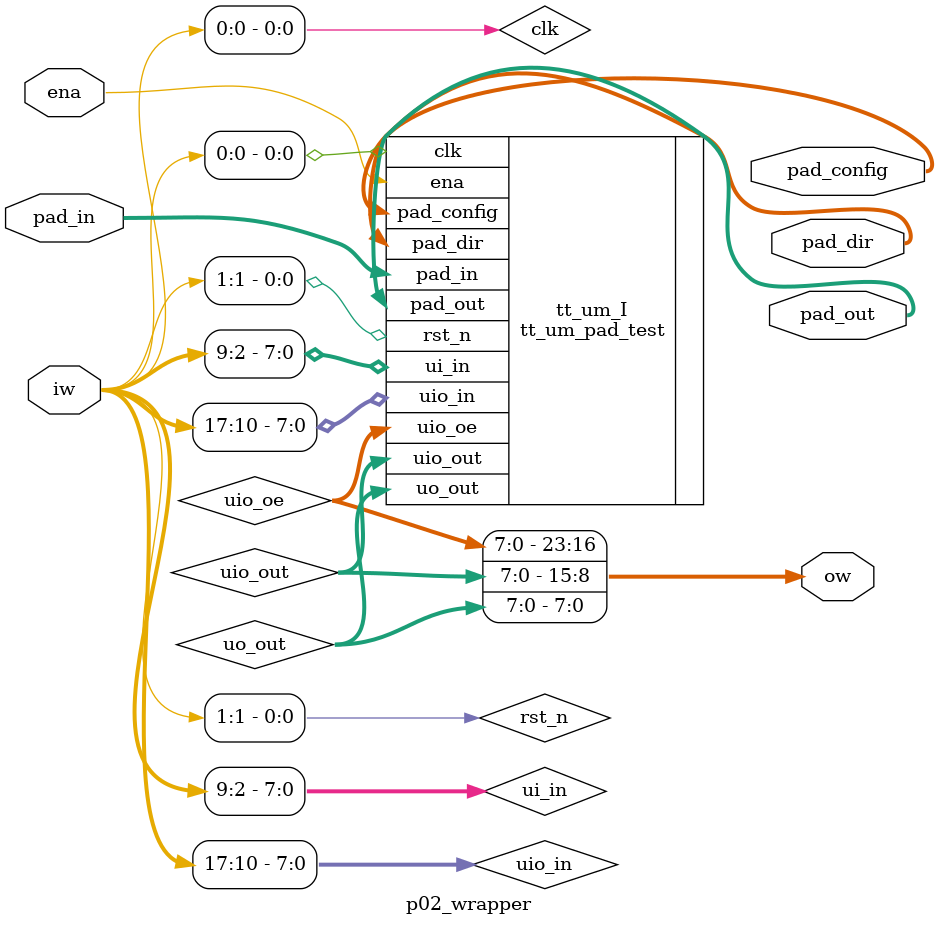
<source format=v>
`default_nettype none

module p02_wrapper (
  input wire ena,
  input wire [17:0] iw,
  output wire [23:0] ow,
  input wire [3:0] pad_in,
  output wire [1:0] pad_out,
  output wire [3:0] pad_dir,
  output wire [17:0] pad_config
);

wire [7:0] uio_in;
wire [7:0] uio_out;
wire [7:0] uio_oe;
wire [7:0] uo_out;
wire [7:0] ui_in;
wire clk;
wire rst_n;

assign { uio_in, ui_in, rst_n, clk } = iw;
assign ow = { uio_oe, uio_out, uo_out };

tt_um_pad_test tt_um_I (
  .uio_in  (uio_in),
  .uio_out (uio_out),
  .uio_oe  (uio_oe),
  .uo_out  (uo_out),
  .ui_in   (ui_in),
  .ena     (ena),
  .clk     (clk),
  .rst_n   (rst_n),
  .pad_in,
  .pad_out,
  .pad_dir,
  .pad_config
);

endmodule

</source>
